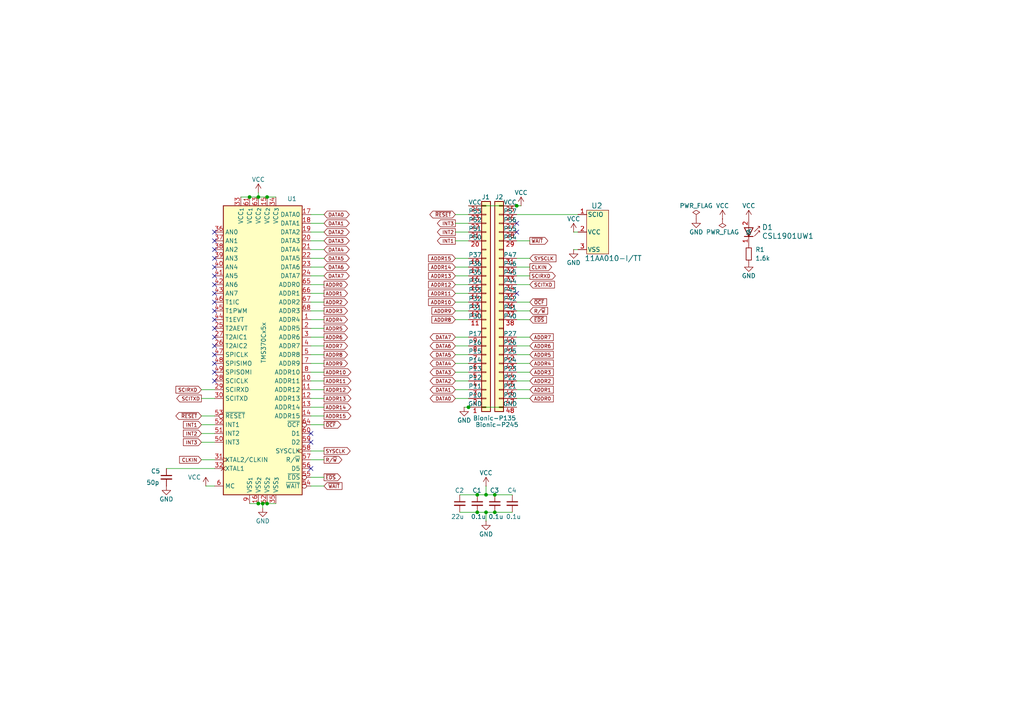
<source format=kicad_sch>
(kicad_sch (version 20250114) (generator "eeschema") (generator_version "9.0")
  (paper "A4")
  (title_block (title "BionicTMS370Cx5x") (date "2026-02-01") (rev "3") (company "Tadashi G. Takaoka"))
  (lib_symbols
    (symbol "Device:C_Small" (pin_numbers (hide yes)) (pin_names (offset 0.254) (hide yes))
      (property "Reference" "C" (at 0.254 1.778 0))
      (property "Value" "C_Small" (at 0.254 -2.032 0))
      (symbol "C_Small_0_1"
        (polyline (pts (xy -1.524 0.508) (xy 1.524 0.508)) (stroke (width 0.3048)))
        (polyline (pts (xy -1.524 -0.508) (xy 1.524 -0.508)) (stroke (width 0.3302)))
      )
      (symbol "C_Small_1_1"
        (pin passive line (at 0 2.54 270) (length 2.032) (name "~") (number "1"))
        (pin passive line (at 0 -2.54 90) (length 2.032) (name "~") (number "2"))
      )
    )
    (symbol "Device:R_Small" (pin_numbers (hide yes)) (pin_names (offset 0.254) (hide yes))
      (property "Reference" "R" (at 0 0 90))
      (property "Value" "R_Small" (at 1.778 0 90))
      (symbol "R_Small_0_1"
        (rectangle (start -0.762 1.778) (end 0.762 -1.778) (stroke (width 0.2032)))
      )
      (symbol "R_Small_1_1"
        (pin passive line (at 0 2.54 270) (length 0.762) (name "~") (number "1"))
        (pin passive line (at 0 -2.54 90) (length 0.762) (name "~") (number "2"))
      )
    )
    (symbol "bionic:Bionic-P135" (pin_names (offset 0))
      (property "Reference" "J" (at 0 30.48 0))
      (property "Value" "Bionic-P135" (at -1.27 -33.02 0))
      (symbol "Bionic-P135_1_1"
        (rectangle (start 0 28.067) (end -1.27 27.813) (stroke (width 0.1524)))
        (rectangle (start 0 25.527) (end -1.27 25.273) (stroke (width 0.1524)))
        (rectangle (start 0 22.987) (end -1.27 22.733) (stroke (width 0.1524)))
        (rectangle (start 0 20.447) (end -1.27 20.193) (stroke (width 0.1524)))
        (rectangle (start 0 17.907) (end -1.27 17.653) (stroke (width 0.1524)))
        (rectangle (start 0 15.367) (end -1.27 15.113) (stroke (width 0.1524)))
        (rectangle (start 0 12.827) (end -1.27 12.573) (stroke (width 0.1524)))
        (rectangle (start 0 10.287) (end -1.27 10.033) (stroke (width 0.1524)))
        (rectangle (start 0 7.747) (end -1.27 7.493) (stroke (width 0.1524)))
        (rectangle (start 0 5.207) (end -1.27 4.953) (stroke (width 0.1524)))
        (rectangle (start 0 2.667) (end -1.27 2.413) (stroke (width 0.1524)))
        (rectangle (start 0 0.127) (end -1.27 -0.127) (stroke (width 0.1524)))
        (rectangle (start 0 -2.413) (end -1.27 -2.667) (stroke (width 0.1524)))
        (rectangle (start 0 -4.953) (end -1.27 -5.207) (stroke (width 0.1524)))
        (rectangle (start 0 -7.493) (end -1.27 -7.747) (stroke (width 0.1524)))
        (rectangle (start 0 -10.033) (end -1.27 -10.287) (stroke (width 0.1524)))
        (rectangle (start 0 -12.573) (end -1.27 -12.827) (stroke (width 0.1524)))
        (rectangle (start 0 -15.113) (end -1.27 -15.367) (stroke (width 0.1524)))
        (rectangle (start 0 -17.653) (end -1.27 -17.907) (stroke (width 0.1524)))
        (rectangle (start 0 -20.193) (end -1.27 -20.447) (stroke (width 0.1524)))
        (rectangle (start 0 -22.733) (end -1.27 -22.987) (stroke (width 0.1524)))
        (rectangle (start 0 -25.273) (end -1.27 -25.527) (stroke (width 0.1524)))
        (rectangle (start 0 -27.813) (end -1.27 -28.067) (stroke (width 0.1524)))
        (rectangle (start 0 -30.353) (end -1.27 -30.607) (stroke (width 0.1524)))
        (rectangle (start 1.27 29.21) (end -1.27 -31.75) (stroke (width 0.254)) (fill (type background)))
        (pin power_in line (at -5.08 27.94 0) (length 3.81) (name "VCC") (number "24"))
        (pin bidirectional line (at -5.08 25.4 0) (length 3.81) (name "P53") (number "23"))
        (pin bidirectional line (at -5.08 22.86 0) (length 3.81) (name "P52") (number "22"))
        (pin bidirectional line (at -5.08 20.32 0) (length 3.81) (name "P51") (number "21"))
        (pin bidirectional line (at -5.08 17.78 0) (length 3.81) (name "P50") (number "20"))
        (pin bidirectional line (at -5.08 12.7 0) (length 3.81) (name "P37") (number "18"))
        (pin bidirectional line (at -5.08 10.16 0) (length 3.81) (name "P36") (number "17"))
        (pin bidirectional line (at -5.08 7.62 0) (length 3.81) (name "P35") (number "16"))
        (pin bidirectional line (at -5.08 5.08 0) (length 3.81) (name "P34") (number "15"))
        (pin bidirectional line (at -5.08 2.54 0) (length 3.81) (name "P33") (number "14"))
        (pin bidirectional line (at -5.08 0 0) (length 3.81) (name "P32") (number "13"))
        (pin bidirectional line (at -5.08 -2.54 0) (length 3.81) (name "P31") (number "12"))
        (pin bidirectional line (at -5.08 -5.08 0) (length 3.81) (name "P30") (number "11"))
        (pin bidirectional line (at -5.08 -10.16 0) (length 3.81) (name "P17") (number "9"))
        (pin bidirectional line (at -5.08 -12.7 0) (length 3.81) (name "P16") (number "8"))
        (pin bidirectional line (at -5.08 -15.24 0) (length 3.81) (name "P15") (number "7"))
        (pin bidirectional line (at -5.08 -17.78 0) (length 3.81) (name "P14") (number "6"))
        (pin bidirectional line (at -5.08 -20.32 0) (length 3.81) (name "P13") (number "5"))
        (pin bidirectional line (at -5.08 -22.86 0) (length 3.81) (name "P12") (number "4"))
        (pin bidirectional line (at -5.08 -25.4 0) (length 3.81) (name "P11") (number "3"))
        (pin bidirectional line (at -5.08 -27.94 0) (length 3.81) (name "P10") (number "2"))
        (pin power_in line (at -5.08 -30.48 0) (length 3.81) (name "GND") (number "1"))
      )
    )
    (symbol "bionic:Bionic-P245" (pin_names (offset 0))
      (property "Reference" "J" (at -3.81 30.48 0))
      (property "Value" "Bionic-P245" (at -1.27 -33.02 0))
      (symbol "Bionic-P245_1_1"
        (rectangle (start -2.54 29.21) (end -5.08 -31.75) (stroke (width 0.254)) (fill (type background)))
        (rectangle (start -2.54 27.813) (end -3.81 28.067) (stroke (width 0.1524)))
        (rectangle (start -2.54 25.273) (end -3.81 25.527) (stroke (width 0.1524)))
        (rectangle (start -2.54 22.733) (end -3.81 22.987) (stroke (width 0.1524)))
        (rectangle (start -2.54 20.193) (end -3.81 20.447) (stroke (width 0.1524)))
        (rectangle (start -2.54 17.653) (end -3.81 17.907) (stroke (width 0.1524)))
        (rectangle (start -2.54 15.113) (end -3.81 15.367) (stroke (width 0.1524)))
        (rectangle (start -2.54 12.573) (end -3.81 12.827) (stroke (width 0.1524)))
        (rectangle (start -2.54 10.033) (end -3.81 10.287) (stroke (width 0.1524)))
        (rectangle (start -2.54 7.493) (end -3.81 7.747) (stroke (width 0.1524)))
        (rectangle (start -2.54 4.953) (end -3.81 5.207) (stroke (width 0.1524)))
        (rectangle (start -2.54 2.413) (end -3.81 2.667) (stroke (width 0.1524)))
        (rectangle (start -2.54 -0.127) (end -3.81 0.127) (stroke (width 0.1524)))
        (rectangle (start -2.54 -2.667) (end -3.81 -2.413) (stroke (width 0.1524)))
        (rectangle (start -2.54 -5.207) (end -3.81 -4.953) (stroke (width 0.1524)))
        (rectangle (start -2.54 -7.747) (end -3.81 -7.493) (stroke (width 0.1524)))
        (rectangle (start -2.54 -10.287) (end -3.81 -10.033) (stroke (width 0.1524)))
        (rectangle (start -2.54 -12.827) (end -3.81 -12.573) (stroke (width 0.1524)))
        (rectangle (start -2.54 -15.367) (end -3.81 -15.113) (stroke (width 0.1524)))
        (rectangle (start -2.54 -17.907) (end -3.81 -17.653) (stroke (width 0.1524)))
        (rectangle (start -2.54 -20.447) (end -3.81 -20.193) (stroke (width 0.1524)))
        (rectangle (start -2.54 -22.987) (end -3.81 -22.733) (stroke (width 0.1524)))
        (rectangle (start -2.54 -25.527) (end -3.81 -25.273) (stroke (width 0.1524)))
        (rectangle (start -2.54 -28.067) (end -3.81 -27.813) (stroke (width 0.1524)))
        (rectangle (start -2.54 -30.607) (end -3.81 -30.353) (stroke (width 0.1524)))
        (pin power_in line (at 1.27 27.94 180) (length 3.81) (name "VCC") (number "25"))
        (pin bidirectional line (at 1.27 25.4 180) (length 3.81) (name "P57") (number "26"))
        (pin bidirectional line (at 1.27 22.86 180) (length 3.81) (name "P56") (number "27"))
        (pin bidirectional line (at 1.27 20.32 180) (length 3.81) (name "P55") (number "28"))
        (pin bidirectional line (at 1.27 17.78 180) (length 3.81) (name "P54") (number "29"))
        (pin bidirectional line (at 1.27 12.7 180) (length 3.81) (name "P47") (number "31"))
        (pin bidirectional line (at 1.27 10.16 180) (length 3.81) (name "P46") (number "32"))
        (pin bidirectional line (at 1.27 7.62 180) (length 3.81) (name "P45") (number "33"))
        (pin bidirectional line (at 1.27 5.08 180) (length 3.81) (name "P44") (number "34"))
        (pin bidirectional line (at 1.27 2.54 180) (length 3.81) (name "P43") (number "35"))
        (pin bidirectional line (at 1.27 0 180) (length 3.81) (name "P42") (number "36"))
        (pin bidirectional line (at 1.27 -2.54 180) (length 3.81) (name "P41") (number "37"))
        (pin bidirectional line (at 1.27 -5.08 180) (length 3.81) (name "P40") (number "38"))
        (pin bidirectional line (at 1.27 -10.16 180) (length 3.81) (name "P27") (number "40"))
        (pin bidirectional line (at 1.27 -12.7 180) (length 3.81) (name "P26") (number "41"))
        (pin bidirectional line (at 1.27 -15.24 180) (length 3.81) (name "P25") (number "42"))
        (pin bidirectional line (at 1.27 -17.78 180) (length 3.81) (name "P24") (number "43"))
        (pin bidirectional line (at 1.27 -20.32 180) (length 3.81) (name "P23") (number "44"))
        (pin bidirectional line (at 1.27 -22.86 180) (length 3.81) (name "P22") (number "45"))
        (pin bidirectional line (at 1.27 -25.4 180) (length 3.81) (name "P21") (number "46"))
        (pin bidirectional line (at 1.27 -27.94 180) (length 3.81) (name "P20") (number "47"))
        (pin power_in line (at 1.27 -30.48 180) (length 3.81) (name "GND") (number "48"))
      )
    )
    (symbol "cpu:TMS370Cx5x"
      (property "Reference" "U" (at 6.858 43.434 0))
      (property "Value" "TMS370Cx5x" (at 0 0 90))
      (symbol "TMS370Cx5x_0_1"
        (rectangle (start -11.43 41.91) (end 11.43 -41.91) (stroke (width 0.254)) (fill (type background)))
      )
      (symbol "TMS370Cx5x_1_0"
        (pin bidirectional line (at -13.97 13.97 0) (length 2.54) (name "T1IC") (number "46"))
        (pin bidirectional line (at -13.97 11.43 0) (length 2.54) (name "T1PWM") (number "45"))
        (pin bidirectional line (at -13.97 8.89 0) (length 2.54) (name "T1EVT") (number "44"))
        (pin bidirectional line (at -13.97 3.81 0) (length 2.54) (name "T2AIC1") (number "27"))
        (pin bidirectional line (at -13.97 1.27 0) (length 2.54) (name "T2AIC2") (number "26"))
        (pin bidirectional line (at -13.97 -1.27 0) (length 2.54) (name "SPICLK") (number "47"))
        (pin bidirectional line (at -13.97 -3.81 0) (length 2.54) (name "SPISIMO") (number "48"))
        (pin bidirectional line (at -13.97 -6.35 0) (length 2.54) (name "SPISOMI") (number "49"))
        (pin bidirectional line (at -13.97 -8.89 0) (length 2.54) (name "SCICLK") (number "28"))
        (pin bidirectional line (at -13.97 -11.43 0) (length 2.54) (name "SCIRXD") (number "29"))
        (pin bidirectional line (at -13.97 -13.97 0) (length 2.54) (name "SCITXD") (number "30"))
        (pin input line (at -13.97 -24.13 0) (length 2.54) (name "INT2") (number "51"))
        (pin power_in line (at -6.35 44.45 270) (length 2.54) (name "VCC_{1}") (number "33"))
        (pin power_in line (at -3.81 44.45 270) (length 2.54) (name "VCC_{1}") (number "61"))
        (pin power_in line (at -3.81 -44.45 90) (length 2.54) (name "VSS_{1}") (number "9"))
        (pin power_in line (at -1.27 44.45 270) (length 2.54) (name "VCC_{2}") (number "63"))
        (pin power_in line (at -1.27 -44.45 90) (length 2.54) (name "VSS_{2}") (number "16"))
        (pin power_in line (at 1.27 44.45 270) (length 2.54) (name "VCC_{2}") (number "15"))
        (pin power_in line (at 1.27 -44.45 90) (length 2.54) (name "VSS_{2}") (number "62"))
        (pin power_in line (at 3.81 44.45 270) (length 2.54) (name "VCC_{3}") (number "34"))
        (pin power_in line (at 3.81 -44.45 90) (length 2.54) (name "VSS_{3}") (number "35"))
        (pin output line (at 13.97 19.05 180) (length 2.54) (name "ADDR0") (number "65"))
        (pin output line (at 13.97 16.51 180) (length 2.54) (name "ADDR1") (number "66"))
        (pin output line (at 13.97 13.97 180) (length 2.54) (name "ADDR2") (number "67"))
        (pin output line (at 13.97 11.43 180) (length 2.54) (name "ADDR3") (number "68"))
        (pin output line (at 13.97 8.89 180) (length 2.54) (name "ADDR4") (number "1"))
        (pin output line (at 13.97 6.35 180) (length 2.54) (name "ADDR5") (number "2"))
        (pin output line (at 13.97 3.81 180) (length 2.54) (name "ADDR6") (number "3"))
        (pin output line (at 13.97 1.27 180) (length 2.54) (name "ADDR7") (number "4"))
      )
      (symbol "TMS370Cx5x_1_1"
        (pin input line (at -13.97 34.29 0) (length 2.54) (name "AN0") (number "36"))
        (pin input line (at -13.97 31.75 0) (length 2.54) (name "AN1") (number "37"))
        (pin input line (at -13.97 29.21 0) (length 2.54) (name "AN2") (number "38"))
        (pin input line (at -13.97 26.67 0) (length 2.54) (name "AN3") (number "39"))
        (pin input line (at -13.97 24.13 0) (length 2.54) (name "AN4") (number "40"))
        (pin input line (at -13.97 21.59 0) (length 2.54) (name "AN5") (number "41"))
        (pin input line (at -13.97 19.05 0) (length 2.54) (name "AN6") (number "42"))
        (pin input line (at -13.97 16.51 0) (length 2.54) (name "AN7") (number "43"))
        (pin bidirectional line (at -13.97 6.35 0) (length 2.54) (name "T2AEVT") (number "25"))
        (pin input inverted (at -13.97 -19.05 0) (length 2.54) (name "~{RESET}") (number "53"))
        (pin input line (at -13.97 -21.59 0) (length 2.54) (name "INT1") (number "52"))
        (pin input line (at -13.97 -26.67 0) (length 2.54) (name "INT3") (number "50"))
        (pin input clock (at -13.97 -31.75 0) (length 2.54) (name "XTAL2/CLKIN") (number "31"))
        (pin output non_logic (at -13.97 -34.29 0) (length 2.54) (name "XTAL1") (number "32"))
        (pin input line (at -13.97 -39.37 0) (length 2.54) (name "MC") (number "6"))
        (pin bidirectional line (at 13.97 39.37 180) (length 2.54) (name "DATA0") (number "17"))
        (pin bidirectional line (at 13.97 36.83 180) (length 2.54) (name "DATA1") (number "18"))
        (pin bidirectional line (at 13.97 34.29 180) (length 2.54) (name "DATA2") (number "19"))
        (pin bidirectional line (at 13.97 31.75 180) (length 2.54) (name "DATA3") (number "20"))
        (pin bidirectional line (at 13.97 29.21 180) (length 2.54) (name "DATA4") (number "21"))
        (pin bidirectional line (at 13.97 26.67 180) (length 2.54) (name "DATA5") (number "22"))
        (pin bidirectional line (at 13.97 24.13 180) (length 2.54) (name "DATA6") (number "23"))
        (pin bidirectional line (at 13.97 21.59 180) (length 2.54) (name "DATA7") (number "24"))
        (pin output line (at 13.97 -1.27 180) (length 2.54) (name "ADDR8") (number "5"))
        (pin output line (at 13.97 -3.81 180) (length 2.54) (name "ADDR9") (number "7"))
        (pin output line (at 13.97 -6.35 180) (length 2.54) (name "ADDR10") (number "8"))
        (pin output line (at 13.97 -8.89 180) (length 2.54) (name "ADDR11") (number "10"))
        (pin output line (at 13.97 -11.43 180) (length 2.54) (name "ADDR12") (number "11"))
        (pin output line (at 13.97 -13.97 180) (length 2.54) (name "ADDR13") (number "12"))
        (pin output line (at 13.97 -16.51 180) (length 2.54) (name "ADDR14") (number "13"))
        (pin output line (at 13.97 -19.05 180) (length 2.54) (name "ADDR15") (number "14"))
        (pin output inverted (at 13.97 -21.59 180) (length 2.54) (name "~{OCF}") (number "64"))
        (pin bidirectional line (at 13.97 -24.13 180) (length 2.54) (name "D1") (number "60"))
        (pin bidirectional line (at 13.97 -26.67 180) (length 2.54) (name "D2") (number "59"))
        (pin output clock (at 13.97 -29.21 180) (length 2.54) (name "SYSCLK") (number "58"))
        (pin output line (at 13.97 -31.75 180) (length 2.54) (name "R/~{W}") (number "57"))
        (pin bidirectional line (at 13.97 -34.29 180) (length 2.54) (name "D5") (number "56"))
        (pin output inverted (at 13.97 -36.83 180) (length 2.54) (name "~{EDS}") (number "55"))
        (pin input inverted (at 13.97 -39.37 180) (length 2.54) (name "~{WAIT}") (number "54"))
      )
    )
    (symbol "microchip:11AA010-I_TT" (pin_names (offset 0.254))
      (property "Reference" "U" (at 2.54 1.27 0))
      (property "Value" "11AA010-I/TT" (at 3.81 -13.97 0))
      (symbol "11AA010-I_TT_1_1"
        (rectangle (start 0 0) (end 6.35 -12.7) (fill (type background)))
        (pin bidirectional line (at -2.54 -1.27 0) (length 2.54) (name "SCIO") (number "1"))
        (pin power_in line (at -2.54 -6.35 0) (length 2.54) (name "VCC") (number "2"))
        (pin power_in line (at -2.54 -11.43 0) (length 2.54) (name "VSS") (number "3"))
      )
    )
    (symbol "power:GND" (power) (pin_numbers (hide yes)) (pin_names (offset 0) (hide yes))
      (property "Value" "GND" (at 0 -3.81 0))
      (symbol "GND_0_1"
        (polyline (pts (xy 0 0) (xy 0 -1.27) (xy 1.27 -1.27) (xy 0 -2.54) (xy -1.27 -1.27) (xy 0 -1.27)))
      )
      (symbol "GND_1_1"
        (pin power_in line (at 0 0 270) (length 0) (name "~") (number "1"))
      )
    )
    (symbol "power:PWR_FLAG" (power) (pin_numbers (hide yes)) (pin_names (offset 0) (hide yes))
      (property "Value" "PWR_FLAG" (at 0 3.81 0))
      (symbol "PWR_FLAG_0_0"
        (pin power_out line (at 0 0 90) (length 0) (name "~") (number "1"))
      )
      (symbol "PWR_FLAG_0_1"
        (polyline (pts (xy 0 0) (xy 0 1.27) (xy -1.016 1.905) (xy 0 2.54) (xy 1.016 1.905) (xy 0 1.27)))
      )
    )
    (symbol "power:VCC" (power) (pin_numbers (hide yes)) (pin_names (offset 0) (hide yes))
      (property "Value" "VCC" (at 0 3.556 0))
      (symbol "VCC_0_1"
        (polyline (pts (xy -0.762 1.27) (xy 0 2.54)))
        (polyline (pts (xy 0 2.54) (xy 0.762 1.27)))
        (polyline (pts (xy 0 0) (xy 0 2.54)))
      )
      (symbol "VCC_1_1"
        (pin power_in line (at 0 0 90) (length 0) (name "~") (number "1"))
      )
    )
    (symbol "rhom:CSL1901UW1" (pin_names (offset 0.254))
      (property "Reference" "D" (at 3.81 -2.54 0))
      (property "Value" "CSL1901UW1" (at 3.81 -5.08 0))
      (symbol "CSL1901UW1_0_1"
        (polyline (pts (xy 2.159 3.175) (xy 2.667 3.175)))
        (polyline (pts (xy 2.54 0) (xy 5.08 0)))
        (polyline (pts (xy 2.54 -1.27) (xy 5.08 0) (xy 2.54 1.27) (xy 2.54 -1.27)) (stroke (width 0.254)))
        (polyline (pts (xy 3.683 1.651) (xy 2.159 3.175) (xy 2.159 2.667)))
        (polyline (pts (xy 4.953 1.651) (xy 3.429 3.175) (xy 3.429 2.667) (xy 3.429 3.175) (xy 3.937 3.175)))
        (polyline (pts (xy 5.08 1.27) (xy 5.08 -1.27)) (stroke (width 0.254)))
      )
      (symbol "CSL1901UW1_1_1"
        (pin passive line (at 0 0 0) (length 2.54) (name "A") (number "2"))
        (pin passive line (at 7.62 0 180) (length 2.54) (name "K") (number "1"))
      )
      (symbol "CSL1901UW1_1_2"
        (polyline (pts (xy -5.08 8.255) (xy -5.08 7.62)) (stroke (width 0.2032)))
        (polyline (pts (xy -5.08 7.62) (xy -4.445 8.255)) (stroke (width 0.2032)))
        (polyline (pts (xy -4.445 10.16) (xy -4.445 9.525)) (stroke (width 0.2032)))
        (polyline (pts (xy -4.445 9.525) (xy -3.81 10.16)) (stroke (width 0.2032)))
        (polyline (pts (xy -4.445 8.255) (xy -5.08 8.255)) (stroke (width 0.2032)))
        (polyline (pts (xy -4.445 6.35) (xy -3.81 6.985)) (stroke (width 0.2032)))
        (polyline (pts (xy -3.81 10.16) (xy -4.445 10.16)) (stroke (width 0.2032)))
        (polyline (pts (xy -3.81 8.255) (xy -3.175 8.89)) (stroke (width 0.2032)))
        (polyline (pts (xy -3.81 6.985) (xy -5.08 8.255)) (stroke (width 0.2032)))
        (polyline (pts (xy -3.175 8.89) (xy -4.445 10.16)) (stroke (width 0.2032)))
        (polyline (pts (xy -3.175 5.08) (xy -4.445 6.35)) (stroke (width 0.2032)))
        (polyline (pts (xy -2.54 6.985) (xy -3.81 8.255)) (stroke (width 0.2032)))
        (polyline (pts (xy -1.905 3.81) (xy 1.905 3.81)) (stroke (width 0.2032)))
        (polyline (pts (xy 0 6.35) (xy -1.905 3.81)) (stroke (width 0.2032)))
        (polyline (pts (xy 0 6.35) (xy 0 7.62)) (stroke (width 0.2032)))
        (polyline (pts (xy 0 3.175) (xy 0 3.81)) (stroke (width 0.2032)))
        (polyline (pts (xy 0 2.54) (xy 0 3.4798)) (stroke (width 0.2032)))
        (polyline (pts (xy 1.905 6.35) (xy -1.905 6.35)) (stroke (width 0.2032)))
        (polyline (pts (xy 1.905 3.81) (xy 0 6.35)) (stroke (width 0.2032)))
        (pin unspecified line (at 0 10.16 270) (length 2.54) (name "") (number "1"))
        (pin unspecified line (at 0 0 90) (length 2.54) (name "") (number "2"))
      )
    )
  )
  (junction (at 135.89 118.11))
  (junction (at 140.97 148.59))
  (junction (at 77.47 57.15))
  (junction (at 138.43 143.51))
  (junction (at 143.51 143.51))
  (junction (at 143.51 148.59))
  (junction (at 140.97 143.51))
  (junction (at 77.47 146.05))
  (junction (at 76.2 146.05))
  (junction (at 74.93 57.15))
  (junction (at 72.39 57.15))
  (junction (at 149.86 59.69))
  (junction (at 74.93 146.05))
  (junction (at 138.43 148.59))
  (no_connect (at 62.23 67.31))
  (no_connect (at 62.23 77.47))
  (no_connect (at 62.23 69.85))
  (no_connect (at 62.23 97.79))
  (no_connect (at 62.23 100.33))
  (no_connect (at 90.17 135.89))
  (no_connect (at 62.23 72.39))
  (no_connect (at 62.23 82.55))
  (no_connect (at 62.23 87.63))
  (no_connect (at 149.86 85.09))
  (no_connect (at 62.23 95.25))
  (no_connect (at 62.23 74.93))
  (no_connect (at 62.23 102.87))
  (no_connect (at 90.17 125.73))
  (no_connect (at 149.86 67.31))
  (no_connect (at 149.86 64.77))
  (no_connect (at 62.23 92.71))
  (no_connect (at 62.23 85.09))
  (no_connect (at 62.23 107.95))
  (no_connect (at 90.17 128.27))
  (no_connect (at 62.23 105.41))
  (no_connect (at 62.23 90.17))
  (no_connect (at 62.23 110.49))
  (no_connect (at 62.23 80.01))
  (wire (pts (xy 90.17 140.97) (xy 93.98 140.97)))
  (wire (pts (xy 59.69 140.97) (xy 62.23 140.97)))
  (wire (pts (xy 90.17 97.79) (xy 93.98 97.79)))
  (wire (pts (xy 151.13 59.69) (xy 149.86 59.69)))
  (wire (pts (xy 90.17 115.57) (xy 93.98 115.57)))
  (wire (pts (xy 90.17 82.55) (xy 93.98 82.55)))
  (wire (pts (xy 90.17 105.41) (xy 93.98 105.41)))
  (wire (pts (xy 149.86 105.41) (xy 153.67 105.41)))
  (wire (pts (xy 132.08 97.79) (xy 135.89 97.79)))
  (wire (pts (xy 76.2 147.32) (xy 76.2 146.05)))
  (wire (pts (xy 143.51 143.51) (xy 148.59 143.51)))
  (wire (pts (xy 149.86 69.85) (xy 153.67 69.85)))
  (wire (pts (xy 90.17 80.01) (xy 93.98 80.01)))
  (wire (pts (xy 90.17 62.23) (xy 93.98 62.23)))
  (wire (pts (xy 132.08 105.41) (xy 135.89 105.41)))
  (wire (pts (xy 132.08 62.23) (xy 135.89 62.23)))
  (wire (pts (xy 72.39 146.05) (xy 74.93 146.05)))
  (wire (pts (xy 138.43 143.51) (xy 140.97 143.51)))
  (wire (pts (xy 149.86 97.79) (xy 153.67 97.79)))
  (wire (pts (xy 135.89 59.69) (xy 149.86 59.69)))
  (wire (pts (xy 132.08 67.31) (xy 135.89 67.31)))
  (wire (pts (xy 90.17 67.31) (xy 93.98 67.31)))
  (wire (pts (xy 134.62 118.11) (xy 135.89 118.11)))
  (wire (pts (xy 167.64 67.31) (xy 166.37 67.31)))
  (wire (pts (xy 69.85 57.15) (xy 72.39 57.15)))
  (wire (pts (xy 140.97 143.51) (xy 140.97 140.97)))
  (wire (pts (xy 138.43 148.59) (xy 140.97 148.59)))
  (wire (pts (xy 90.17 77.47) (xy 93.98 77.47)))
  (wire (pts (xy 90.17 133.35) (xy 93.98 133.35)))
  (wire (pts (xy 132.08 85.09) (xy 135.89 85.09)))
  (wire (pts (xy 58.42 125.73) (xy 62.23 125.73)))
  (wire (pts (xy 132.08 69.85) (xy 135.89 69.85)))
  (wire (pts (xy 167.64 72.39) (xy 166.37 72.39)))
  (wire (pts (xy 58.42 113.03) (xy 62.23 113.03)))
  (wire (pts (xy 90.17 92.71) (xy 93.98 92.71)))
  (wire (pts (xy 149.86 77.47) (xy 153.67 77.47)))
  (wire (pts (xy 132.08 113.03) (xy 135.89 113.03)))
  (wire (pts (xy 149.86 87.63) (xy 153.67 87.63)))
  (wire (pts (xy 132.08 107.95) (xy 135.89 107.95)))
  (wire (pts (xy 90.17 85.09) (xy 93.98 85.09)))
  (wire (pts (xy 48.26 135.89) (xy 62.23 135.89)))
  (wire (pts (xy 90.17 107.95) (xy 93.98 107.95)))
  (wire (pts (xy 133.35 143.51) (xy 138.43 143.51)))
  (wire (pts (xy 149.86 62.23) (xy 167.64 62.23)))
  (wire (pts (xy 58.42 128.27) (xy 62.23 128.27)))
  (wire (pts (xy 133.35 148.59) (xy 138.43 148.59)))
  (wire (pts (xy 135.89 118.11) (xy 149.86 118.11)))
  (wire (pts (xy 149.86 74.93) (xy 153.67 74.93)))
  (wire (pts (xy 90.17 113.03) (xy 93.98 113.03)))
  (wire (pts (xy 77.47 57.15) (xy 80.01 57.15)))
  (wire (pts (xy 132.08 64.77) (xy 135.89 64.77)))
  (wire (pts (xy 90.17 123.19) (xy 93.98 123.19)))
  (wire (pts (xy 149.86 80.01) (xy 153.67 80.01)))
  (wire (pts (xy 77.47 146.05) (xy 80.01 146.05)))
  (wire (pts (xy 149.86 113.03) (xy 153.67 113.03)))
  (wire (pts (xy 90.17 69.85) (xy 93.98 69.85)))
  (wire (pts (xy 140.97 151.13) (xy 140.97 148.59)))
  (wire (pts (xy 132.08 80.01) (xy 135.89 80.01)))
  (wire (pts (xy 90.17 74.93) (xy 93.98 74.93)))
  (wire (pts (xy 74.93 55.88) (xy 74.93 57.15)))
  (wire (pts (xy 149.86 102.87) (xy 153.67 102.87)))
  (wire (pts (xy 132.08 115.57) (xy 135.89 115.57)))
  (wire (pts (xy 149.86 115.57) (xy 153.67 115.57)))
  (wire (pts (xy 58.42 133.35) (xy 62.23 133.35)))
  (wire (pts (xy 74.93 57.15) (xy 77.47 57.15)))
  (wire (pts (xy 90.17 90.17) (xy 93.98 90.17)))
  (wire (pts (xy 90.17 72.39) (xy 93.98 72.39)))
  (wire (pts (xy 132.08 92.71) (xy 135.89 92.71)))
  (wire (pts (xy 132.08 82.55) (xy 135.89 82.55)))
  (wire (pts (xy 74.93 146.05) (xy 76.2 146.05)))
  (wire (pts (xy 90.17 138.43) (xy 93.98 138.43)))
  (wire (pts (xy 72.39 57.15) (xy 74.93 57.15)))
  (wire (pts (xy 90.17 64.77) (xy 93.98 64.77)))
  (wire (pts (xy 132.08 102.87) (xy 135.89 102.87)))
  (wire (pts (xy 132.08 77.47) (xy 135.89 77.47)))
  (wire (pts (xy 132.08 87.63) (xy 135.89 87.63)))
  (wire (pts (xy 90.17 100.33) (xy 93.98 100.33)))
  (wire (pts (xy 58.42 120.65) (xy 62.23 120.65)))
  (wire (pts (xy 90.17 120.65) (xy 93.98 120.65)))
  (wire (pts (xy 90.17 110.49) (xy 93.98 110.49)))
  (wire (pts (xy 149.86 82.55) (xy 153.67 82.55)))
  (wire (pts (xy 90.17 102.87) (xy 93.98 102.87)))
  (wire (pts (xy 149.86 110.49) (xy 153.67 110.49)))
  (wire (pts (xy 58.42 115.57) (xy 62.23 115.57)))
  (wire (pts (xy 90.17 95.25) (xy 93.98 95.25)))
  (wire (pts (xy 76.2 146.05) (xy 77.47 146.05)))
  (wire (pts (xy 90.17 130.81) (xy 93.98 130.81)))
  (wire (pts (xy 132.08 100.33) (xy 135.89 100.33)))
  (wire (pts (xy 132.08 90.17) (xy 135.89 90.17)))
  (wire (pts (xy 149.86 107.95) (xy 153.67 107.95)))
  (wire (pts (xy 58.42 123.19) (xy 62.23 123.19)))
  (wire (pts (xy 149.86 100.33) (xy 153.67 100.33)))
  (wire (pts (xy 90.17 118.11) (xy 93.98 118.11)))
  (wire (pts (xy 90.17 87.63) (xy 93.98 87.63)))
  (wire (pts (xy 132.08 110.49) (xy 135.89 110.49)))
  (wire (pts (xy 149.86 90.17) (xy 153.67 90.17)))
  (wire (pts (xy 132.08 74.93) (xy 135.89 74.93)))
  (wire (pts (xy 149.86 92.71) (xy 153.67 92.71)))
  (wire (pts (xy 143.51 148.59) (xy 148.59 148.59)))
  (wire (pts (xy 140.97 148.59) (xy 143.51 148.59)))
  (wire (pts (xy 140.97 143.51) (xy 143.51 143.51)))
  (global_label "DATA6" (shape bidirectional) (at 93.98 77.47 0) (effects (font (size 1.016 1.016))) (property "Intersheetrefs" "${INTERSHEET_REFS}" (effects (hide yes))))
  (global_label "DATA7" (shape bidirectional) (at 93.98 80.01 0) (effects (font (size 1.016 1.016))) (property "Intersheetrefs" "${INTERSHEET_REFS}" (effects (hide yes))))
  (global_label "ADDR11" (shape input) (at 132.08 85.09 180) (effects (font (size 1.016 1.016))) (property "Intersheetrefs" "${INTERSHEET_REFS}" (effects (hide yes))))
  (global_label "ADDR2" (shape input) (at 153.67 110.49 0) (effects (font (size 1.016 1.016))) (property "Intersheetrefs" "${INTERSHEET_REFS}" (effects (hide yes))))
  (global_label "ADDR7" (shape output) (at 93.98 100.33 0) (effects (font (size 1.016 1.016))) (property "Intersheetrefs" "${INTERSHEET_REFS}" (effects (hide yes))))
  (global_label "ADDR13" (shape input) (at 132.08 80.01 180) (effects (font (size 1.016 1.016))) (property "Intersheetrefs" "${INTERSHEET_REFS}" (effects (hide yes))))
  (global_label "~{OCF}" (shape input) (at 153.67 87.63 0) (effects (font (size 1.016 1.016))) (property "Intersheetrefs" "${INTERSHEET_REFS}" (effects (hide yes))))
  (global_label "ADDR13" (shape output) (at 93.98 115.57 0) (effects (font (size 1.016 1.016))) (property "Intersheetrefs" "${INTERSHEET_REFS}" (effects (hide yes))))
  (global_label "SYSCLK" (shape output) (at 93.98 130.81 0) (effects (font (size 1.016 1.016))) (property "Intersheetrefs" "${INTERSHEET_REFS}" (effects (hide yes))))
  (global_label "DATA1" (shape bidirectional) (at 132.08 113.03 180) (effects (font (size 1.016 1.016))) (property "Intersheetrefs" "${INTERSHEET_REFS}" (effects (hide yes))))
  (global_label "ADDR15" (shape output) (at 93.98 120.65 0) (effects (font (size 1.016 1.016))) (property "Intersheetrefs" "${INTERSHEET_REFS}" (effects (hide yes))))
  (global_label "INT3" (shape input) (at 58.42 128.27 180) (effects (font (size 1.016 1.016))) (property "Intersheetrefs" "${INTERSHEET_REFS}" (effects (hide yes))))
  (global_label "~{RESET}" (shape bidirectional) (at 58.42 120.65 180) (effects (font (size 1.016 1.016))) (property "Intersheetrefs" "${INTERSHEET_REFS}" (effects (hide yes))))
  (global_label "~{RESET}" (shape bidirectional) (at 132.08 62.23 180) (effects (font (size 1.016 1.016))) (property "Intersheetrefs" "${INTERSHEET_REFS}" (effects (hide yes))))
  (global_label "INT3" (shape output) (at 132.08 64.77 180) (effects (font (size 1.016 1.016))) (property "Intersheetrefs" "${INTERSHEET_REFS}" (effects (hide yes))))
  (global_label "CLKIN" (shape output) (at 153.67 77.47 0) (effects (font (size 1.016 1.016))) (property "Intersheetrefs" "${INTERSHEET_REFS}" (effects (hide yes))))
  (global_label "ADDR10" (shape output) (at 93.98 107.95 0) (effects (font (size 1.016 1.016))) (property "Intersheetrefs" "${INTERSHEET_REFS}" (effects (hide yes))))
  (global_label "SYSCLK" (shape input) (at 153.67 74.93 0) (effects (font (size 1.016 1.016))) (property "Intersheetrefs" "${INTERSHEET_REFS}" (effects (hide yes))))
  (global_label "ADDR3" (shape output) (at 93.98 90.17 0) (effects (font (size 1.016 1.016))) (property "Intersheetrefs" "${INTERSHEET_REFS}" (effects (hide yes))))
  (global_label "ADDR0" (shape output) (at 93.98 82.55 0) (effects (font (size 1.016 1.016))) (property "Intersheetrefs" "${INTERSHEET_REFS}" (effects (hide yes))))
  (global_label "ADDR14" (shape output) (at 93.98 118.11 0) (effects (font (size 1.016 1.016))) (property "Intersheetrefs" "${INTERSHEET_REFS}" (effects (hide yes))))
  (global_label "ADDR6" (shape input) (at 153.67 100.33 0) (effects (font (size 1.016 1.016))) (property "Intersheetrefs" "${INTERSHEET_REFS}" (effects (hide yes))))
  (global_label "ADDR10" (shape input) (at 132.08 87.63 180) (effects (font (size 1.016 1.016))) (property "Intersheetrefs" "${INTERSHEET_REFS}" (effects (hide yes))))
  (global_label "INT1" (shape output) (at 132.08 69.85 180) (effects (font (size 1.016 1.016))) (property "Intersheetrefs" "${INTERSHEET_REFS}" (effects (hide yes))))
  (global_label "R{slash}~{W}" (shape output) (at 93.98 133.35 0) (effects (font (size 1.016 1.016))) (property "Intersheetrefs" "${INTERSHEET_REFS}" (effects (hide yes))))
  (global_label "ADDR8" (shape output) (at 93.98 102.87 0) (effects (font (size 1.016 1.016))) (property "Intersheetrefs" "${INTERSHEET_REFS}" (effects (hide yes))))
  (global_label "ADDR12" (shape input) (at 132.08 82.55 180) (effects (font (size 1.016 1.016))) (property "Intersheetrefs" "${INTERSHEET_REFS}" (effects (hide yes))))
  (global_label "INT2" (shape input) (at 58.42 125.73 180) (effects (font (size 1.016 1.016))) (property "Intersheetrefs" "${INTERSHEET_REFS}" (effects (hide yes))))
  (global_label "ADDR4" (shape output) (at 93.98 92.71 0) (effects (font (size 1.016 1.016))) (property "Intersheetrefs" "${INTERSHEET_REFS}" (effects (hide yes))))
  (global_label "ADDR5" (shape input) (at 153.67 102.87 0) (effects (font (size 1.016 1.016))) (property "Intersheetrefs" "${INTERSHEET_REFS}" (effects (hide yes))))
  (global_label "DATA4" (shape bidirectional) (at 132.08 105.41 180) (effects (font (size 1.016 1.016))) (property "Intersheetrefs" "${INTERSHEET_REFS}" (effects (hide yes))))
  (global_label "DATA6" (shape bidirectional) (at 132.08 100.33 180) (effects (font (size 1.016 1.016))) (property "Intersheetrefs" "${INTERSHEET_REFS}" (effects (hide yes))))
  (global_label "DATA1" (shape bidirectional) (at 93.98 64.77 0) (effects (font (size 1.016 1.016))) (property "Intersheetrefs" "${INTERSHEET_REFS}" (effects (hide yes))))
  (global_label "ADDR6" (shape output) (at 93.98 97.79 0) (effects (font (size 1.016 1.016))) (property "Intersheetrefs" "${INTERSHEET_REFS}" (effects (hide yes))))
  (global_label "ADDR9" (shape input) (at 132.08 90.17 180) (effects (font (size 1.016 1.016))) (property "Intersheetrefs" "${INTERSHEET_REFS}" (effects (hide yes))))
  (global_label "INT1" (shape input) (at 58.42 123.19 180) (effects (font (size 1.016 1.016))) (property "Intersheetrefs" "${INTERSHEET_REFS}" (effects (hide yes))))
  (global_label "ADDR15" (shape input) (at 132.08 74.93 180) (effects (font (size 1.016 1.016))) (property "Intersheetrefs" "${INTERSHEET_REFS}" (effects (hide yes))))
  (global_label "DATA7" (shape bidirectional) (at 132.08 97.79 180) (effects (font (size 1.016 1.016))) (property "Intersheetrefs" "${INTERSHEET_REFS}" (effects (hide yes))))
  (global_label "DATA0" (shape bidirectional) (at 132.08 115.57 180) (effects (font (size 1.016 1.016))) (property "Intersheetrefs" "${INTERSHEET_REFS}" (effects (hide yes))))
  (global_label "SCIRXD" (shape output) (at 153.67 80.01 0) (effects (font (size 1.016 1.016))) (property "Intersheetrefs" "${INTERSHEET_REFS}" (effects (hide yes))))
  (global_label "DATA5" (shape bidirectional) (at 93.98 74.93 0) (effects (font (size 1.016 1.016))) (property "Intersheetrefs" "${INTERSHEET_REFS}" (effects (hide yes))))
  (global_label "ADDR4" (shape input) (at 153.67 105.41 0) (effects (font (size 1.016 1.016))) (property "Intersheetrefs" "${INTERSHEET_REFS}" (effects (hide yes))))
  (global_label "ADDR3" (shape input) (at 153.67 107.95 0) (effects (font (size 1.016 1.016))) (property "Intersheetrefs" "${INTERSHEET_REFS}" (effects (hide yes))))
  (global_label "ADDR1" (shape output) (at 93.98 85.09 0) (effects (font (size 1.016 1.016))) (property "Intersheetrefs" "${INTERSHEET_REFS}" (effects (hide yes))))
  (global_label "~{WAIT}" (shape input) (at 93.98 140.97 0) (effects (font (size 1.016 1.016))) (property "Intersheetrefs" "${INTERSHEET_REFS}" (effects (hide yes))))
  (global_label "~{OCF}" (shape output) (at 93.98 123.19 0) (effects (font (size 1.016 1.016))) (property "Intersheetrefs" "${INTERSHEET_REFS}" (effects (hide yes))))
  (global_label "DATA2" (shape bidirectional) (at 132.08 110.49 180) (effects (font (size 1.016 1.016))) (property "Intersheetrefs" "${INTERSHEET_REFS}" (effects (hide yes))))
  (global_label "SCIRXD" (shape input) (at 58.42 113.03 180) (effects (font (size 1.016 1.016))) (property "Intersheetrefs" "${INTERSHEET_REFS}" (effects (hide yes))))
  (global_label "SCITXD" (shape output) (at 58.42 115.57 180) (effects (font (size 1.016 1.016))) (property "Intersheetrefs" "${INTERSHEET_REFS}" (effects (hide yes))))
  (global_label "INT2" (shape output) (at 132.08 67.31 180) (effects (font (size 1.016 1.016))) (property "Intersheetrefs" "${INTERSHEET_REFS}" (effects (hide yes))))
  (global_label "ADDR5" (shape output) (at 93.98 95.25 0) (effects (font (size 1.016 1.016))) (property "Intersheetrefs" "${INTERSHEET_REFS}" (effects (hide yes))))
  (global_label "DATA5" (shape bidirectional) (at 132.08 102.87 180) (effects (font (size 1.016 1.016))) (property "Intersheetrefs" "${INTERSHEET_REFS}" (effects (hide yes))))
  (global_label "~{EDS}" (shape output) (at 93.98 138.43 0) (effects (font (size 1.016 1.016))) (property "Intersheetrefs" "${INTERSHEET_REFS}" (effects (hide yes))))
  (global_label "SCITXD" (shape input) (at 153.67 82.55 0) (effects (font (size 1.016 1.016))) (property "Intersheetrefs" "${INTERSHEET_REFS}" (effects (hide yes))))
  (global_label "CLKIN" (shape input) (at 58.42 133.35 180) (effects (font (size 1.016 1.016))) (property "Intersheetrefs" "${INTERSHEET_REFS}" (effects (hide yes))))
  (global_label "ADDR12" (shape output) (at 93.98 113.03 0) (effects (font (size 1.016 1.016))) (property "Intersheetrefs" "${INTERSHEET_REFS}" (effects (hide yes))))
  (global_label "ADDR2" (shape output) (at 93.98 87.63 0) (effects (font (size 1.016 1.016))) (property "Intersheetrefs" "${INTERSHEET_REFS}" (effects (hide yes))))
  (global_label "ADDR8" (shape input) (at 132.08 92.71 180) (effects (font (size 1.016 1.016))) (property "Intersheetrefs" "${INTERSHEET_REFS}" (effects (hide yes))))
  (global_label "~{WAIT}" (shape output) (at 153.67 69.85 0) (effects (font (size 1.016 1.016))) (property "Intersheetrefs" "${INTERSHEET_REFS}" (effects (hide yes))))
  (global_label "ADDR1" (shape input) (at 153.67 113.03 0) (effects (font (size 1.016 1.016))) (property "Intersheetrefs" "${INTERSHEET_REFS}" (effects (hide yes))))
  (global_label "DATA2" (shape bidirectional) (at 93.98 67.31 0) (effects (font (size 1.016 1.016))) (property "Intersheetrefs" "${INTERSHEET_REFS}" (effects (hide yes))))
  (global_label "~{EDS}" (shape input) (at 153.67 92.71 0) (effects (font (size 1.016 1.016))) (property "Intersheetrefs" "${INTERSHEET_REFS}" (effects (hide yes))))
  (global_label "ADDR7" (shape input) (at 153.67 97.79 0) (effects (font (size 1.016 1.016))) (property "Intersheetrefs" "${INTERSHEET_REFS}" (effects (hide yes))))
  (global_label "DATA0" (shape bidirectional) (at 93.98 62.23 0) (effects (font (size 1.016 1.016))) (property "Intersheetrefs" "${INTERSHEET_REFS}" (effects (hide yes))))
  (global_label "ADDR9" (shape output) (at 93.98 105.41 0) (effects (font (size 1.016 1.016))) (property "Intersheetrefs" "${INTERSHEET_REFS}" (effects (hide yes))))
  (global_label "DATA3" (shape bidirectional) (at 93.98 69.85 0) (effects (font (size 1.016 1.016))) (property "Intersheetrefs" "${INTERSHEET_REFS}" (effects (hide yes))))
  (global_label "ADDR11" (shape output) (at 93.98 110.49 0) (effects (font (size 1.016 1.016))) (property "Intersheetrefs" "${INTERSHEET_REFS}" (effects (hide yes))))
  (global_label "ADDR14" (shape input) (at 132.08 77.47 180) (effects (font (size 1.016 1.016))) (property "Intersheetrefs" "${INTERSHEET_REFS}" (effects (hide yes))))
  (global_label "R{slash}~{W}" (shape input) (at 153.67 90.17 0) (effects (font (size 1.016 1.016))) (property "Intersheetrefs" "${INTERSHEET_REFS}" (effects (hide yes))))
  (global_label "ADDR0" (shape input) (at 153.67 115.57 0) (effects (font (size 1.016 1.016))) (property "Intersheetrefs" "${INTERSHEET_REFS}" (effects (hide yes))))
  (global_label "DATA4" (shape bidirectional) (at 93.98 72.39 0) (effects (font (size 1.016 1.016))) (property "Intersheetrefs" "${INTERSHEET_REFS}" (effects (hide yes))))
  (global_label "DATA3" (shape bidirectional) (at 132.08 107.95 180) (effects (font (size 1.016 1.016))) (property "Intersheetrefs" "${INTERSHEET_REFS}" (effects (hide yes))))
  (symbol (lib_id "Device:C_Small") (at 138.43 146.05 0) (mirror y) (unit 1)
    (property "Reference" "C1" (at 139.7 142.24 0) (effects (justify left)))
    (property "Value" "0.1u" (at 140.97 149.86 0) (effects (justify left)))
    (property "Footprint" "Capacitor_SMD:C_0603_1608Metric_Pad1.08x0.95mm_HandSolder" (effects (hide yes)))
  )
  (symbol (lib_id "power:GND") (at 140.97 151.13 0) (unit 1)
    (property "Reference" "#PWR09" (effects (hide yes)))
    (property "Value" "GND" (at 140.97 154.94 0))
    (property "Description" "Power symbol creates a global label with name \"GND\" , ground" (effects (hide yes)))
  )
  (symbol (lib_id "power:VCC") (at 209.55 63.5 0) (unit 1)
    (property "Reference" "#PWR010" (effects (hide yes)))
    (property "Value" "VCC" (at 209.55 59.69 0))
    (property "Description" "Power symbol creates a global label with name \"VCC\"" (effects (hide yes)))
  )
  (symbol (lib_id "power:PWR_FLAG") (at 201.93 63.5 0) (unit 1)
    (property "Reference" "#FLG01" (effects (hide yes)))
    (property "Value" "PWR_FLAG" (at 201.93 59.69 0))
    (property "Description" "Special symbol for telling ERC where power comes from" (effects (hide yes)))
  )
  (symbol (lib_id "Device:C_Small") (at 133.35 146.05 0) (mirror y) (unit 1)
    (property "Reference" "C2" (at 134.62 142.24 0) (effects (justify left)))
    (property "Value" "22u" (at 134.62 149.86 0) (effects (justify left)))
    (property "Footprint" "Capacitor_SMD:C_0603_1608Metric_Pad1.08x0.95mm_HandSolder" (effects (hide yes)))
  )
  (symbol (lib_id "power:VCC") (at 140.97 140.97 0) (unit 1)
    (property "Reference" "#PWR03" (effects (hide yes)))
    (property "Value" "VCC" (at 140.97 137.16 0))
    (property "Description" "Power symbol creates a global label with name \"VCC\"" (effects (hide yes)))
  )
  (symbol (lib_id "power:GND") (at 48.26 140.97 0) (unit 1)
    (property "Reference" "#PWR014" (effects (hide yes)))
    (property "Value" "GND" (at 48.26 144.78 0))
    (property "Description" "Power symbol creates a global label with name \"GND\" , ground" (effects (hide yes)))
  )
  (symbol (lib_id "power:VCC") (at 217.17 63.5 0) (unit 1)
    (property "Reference" "#PWR08" (effects (hide yes)))
    (property "Value" "VCC" (at 217.17 59.69 0))
    (property "Description" "Power symbol creates a global label with name \"VCC\"" (effects (hide yes)))
  )
  (symbol (lib_id "cpu:TMS370Cx5x") (at 76.2 101.6 0) (unit 1)
    (property "Reference" "U1" (at 83.312 57.658 0) (effects (justify left)))
    (property "Value" "TMS370Cx5x" (at 76.454 105.41 90) (effects (justify left)))
    (property "Footprint" "3m:846821B1RKTP" (effects (hide yes)))
    (property "Datasheet" "https://www.ti.com/lit/ug/spnu127a/spnu127a.pdf" (effects (hide yes)))
    (property "Description" "8-bit General Purpose Microprocessor, PLCC-68" (effects (hide yes)))
  )
  (symbol (lib_id "bionic:Bionic-P245") (at 148.59 87.63 0) (unit 1)
    (property "Reference" "J2" (at 144.78 57.15 0))
    (property "Value" "Bionic-P245" (at 144.145 123.19 0))
    (property "Footprint" "bionic:Bionic-P245_SMT" (effects (hide yes)))
    (property "Description" "Generic connector, single row, 01x24, script generated (kicad-library-utils/schlib/autogen/connector/)" (effects (hide yes)))
  )
  (symbol (lib_id "power:PWR_FLAG") (at 209.55 63.5 180) (unit 1)
    (property "Reference" "#FLG02" (effects (hide yes)))
    (property "Value" "PWR_FLAG" (at 209.55 67.31 0))
    (property "Description" "Special symbol for telling ERC where power comes from" (effects (hide yes)))
  )
  (symbol (lib_id "power:VCC") (at 74.93 55.88 0) (unit 1)
    (property "Reference" "#PWR012" (effects (hide yes)))
    (property "Value" "VCC" (at 74.93 52.07 0))
    (property "Description" "Power symbol creates a global label with name \"VCC\"" (effects (hide yes)))
  )
  (symbol (lib_id "power:GND") (at 201.93 63.5 0) (unit 1)
    (property "Reference" "#PWR05" (effects (hide yes)))
    (property "Value" "GND" (at 201.93 67.31 0))
    (property "Description" "Power symbol creates a global label with name \"GND\" , ground" (effects (hide yes)))
  )
  (symbol (lib_id "Device:C_Small") (at 48.26 138.43 0) (mirror y) (unit 1)
    (property "Reference" "C5" (at 46.482 136.652 0) (effects (justify left)))
    (property "Value" "50p" (at 46.228 139.954 0) (effects (justify left)))
    (property "Footprint" "Capacitor_SMD:C_0603_1608Metric_Pad1.08x0.95mm_HandSolder" (effects (hide yes)))
  )
  (symbol (lib_id "Device:C_Small") (at 148.59 146.05 0) (mirror y) (unit 1)
    (property "Reference" "C4" (at 149.86 142.24 0) (effects (justify left)))
    (property "Value" "0.1u" (at 151.13 149.86 0) (effects (justify left)))
    (property "Footprint" "Capacitor_SMD:C_0603_1608Metric_Pad1.08x0.95mm_HandSolder" (effects (hide yes)))
  )
  (symbol (lib_id "Device:R_Small") (at 217.17 73.66 0) (unit 1)
    (property "Reference" "R1" (at 219.075 72.39 0) (effects (justify left)))
    (property "Value" "1.6k" (at 219.075 74.93 0) (effects (justify left)))
    (property "Footprint" "Resistor_SMD:R_0603_1608Metric_Pad0.98x0.95mm_HandSolder" (effects (hide yes)))
    (property "Description" "Resistor, small symbol" (effects (hide yes)))
  )
  (symbol (lib_id "power:GND") (at 76.2 147.32 0) (unit 1)
    (property "Reference" "#PWR011" (effects (hide yes)))
    (property "Value" "GND" (at 76.2 151.13 0))
    (property "Description" "Power symbol creates a global label with name \"GND\" , ground" (effects (hide yes)))
  )
  (symbol (lib_id "power:VCC") (at 59.69 140.97 0) (unit 1)
    (property "Reference" "#PWR013" (effects (hide yes)))
    (property "Value" "VCC" (at 56.388 138.43 0))
    (property "Description" "Power symbol creates a global label with name \"VCC\"" (effects (hide yes)))
  )
  (symbol (lib_id "power:GND") (at 217.17 76.2 0) (unit 1)
    (property "Reference" "#PWR04" (effects (hide yes)))
    (property "Value" "GND" (at 217.17 80.01 0))
    (property "Description" "Power symbol creates a global label with name \"GND\" , ground" (effects (hide yes)))
  )
  (symbol (lib_id "power:VCC") (at 166.37 67.31 0) (unit 1)
    (property "Reference" "#PWR07" (effects (hide yes)))
    (property "Value" "VCC" (at 166.37 63.5 0))
    (property "Description" "Power symbol creates a global label with name \"VCC\"" (effects (hide yes)))
  )
  (symbol (lib_id "rhom:CSL1901UW1") (at 217.17 63.5 270) (unit 1)
    (property "Reference" "D1" (at 220.98 65.9129 90) (effects (font (size 1.524 1.524)) (justify left)))
    (property "Value" "CSL1901UW1" (at 220.98 68.4529 90) (effects (font (size 1.524 1.524)) (justify left)))
    (property "Footprint" "rhom:LED_CSL1901UW1_ROM-M" (effects (hide yes)))
    (property "Datasheet" "https://fscdn.rohm.com/en/products/databook/datasheet/opto/led/chip_mono/csl1901uw1-e.pdf" (effects (hide yes)))
    (property "Description" "Red LED (Low Current Emission, SMD)" (effects (hide yes)))
  )
  (symbol (lib_id "power:GND") (at 166.37 72.39 0) (unit 1)
    (property "Reference" "#PWR02" (effects (hide yes)))
    (property "Value" "GND" (at 166.37 76.2 0))
    (property "Description" "Power symbol creates a global label with name \"GND\" , ground" (effects (hide yes)))
  )
  (symbol (lib_id "Device:C_Small") (at 143.51 146.05 0) (mirror y) (unit 1)
    (property "Reference" "C3" (at 144.78 142.24 0) (effects (justify left)))
    (property "Value" "0.1u" (at 146.05 149.86 0) (effects (justify left)))
    (property "Footprint" "Capacitor_SMD:C_0603_1608Metric_Pad1.08x0.95mm_HandSolder" (effects (hide yes)))
  )
  (symbol (lib_id "microchip:11AA010-I_TT") (at 170.18 60.96 0) (unit 1)
    (property "Reference" "U2" (at 171.45 59.69 0) (effects (font (size 1.524 1.524)) (justify left)))
    (property "Value" "11AA010-I/TT" (at 169.545 74.93 0) (effects (font (size 1.524 1.524)) (justify left)))
    (property "Footprint" "microchip:SOT-23_MC_MCH-M" (effects (hide yes)))
    (property "Datasheet" "11AA010-I/TO" (effects (hide yes)))
    (property "Description" "UNI/O Serial EEPROM (1Kbit)" (effects (hide yes)))
  )
  (symbol (lib_id "power:VCC") (at 151.13 59.69 0) (unit 1)
    (property "Reference" "#PWR06" (effects (hide yes)))
    (property "Value" "VCC" (at 151.13 55.88 0))
    (property "Description" "Power symbol creates a global label with name \"VCC\"" (effects (hide yes)))
  )
  (symbol (lib_id "power:GND") (at 134.62 118.11 0) (unit 1)
    (property "Reference" "#PWR01" (effects (hide yes)))
    (property "Value" "GND" (at 134.62 121.92 0))
    (property "Description" "Power symbol creates a global label with name \"GND\" , ground" (effects (hide yes)))
  )
  (symbol (lib_id "bionic:Bionic-P135") (at 140.97 87.63 0) (unit 1)
    (property "Reference" "J1" (at 139.7 57.15 0) (effects (justify left)))
    (property "Value" "Bionic-P135" (at 137.16 121.285 0) (effects (justify left)))
    (property "Footprint" "bionic:Bionic-P135_SMT" (effects (hide yes)))
    (property "Description" "Generic connector, single row, 01x24, script generated (kicad-library-utils/schlib/autogen/connector/)" (effects (hide yes)))
  )
)
</source>
